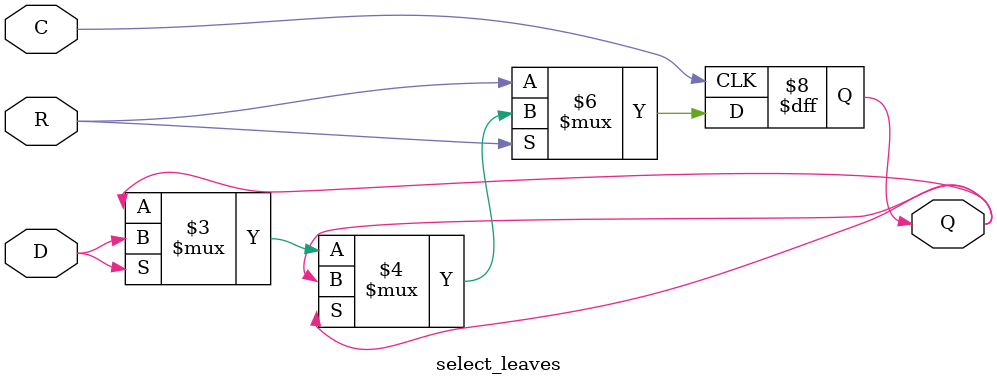
<source format=v>


module usb_tx_phy(clk, rst, DataOut_i, TxValid_i, hold_reg);

input		clk;
input		rst;
input		DataOut_i;
input		TxValid_i;
output reg	hold_reg;

reg		state, next_state;
reg		ld_sop_d;
reg		ld_data_d;

always @(posedge clk)
	if(ld_sop_d)
		hold_reg <= 0;
	else
		hold_reg <= DataOut_i;

always @(posedge clk)
	if(!rst)	state <= 0;
	else		state <= next_state;

always @(state or TxValid_i)
   begin
	next_state = state;

	ld_sop_d = 1'b0;
	ld_data_d = 1'b0;

	case(state)	// synopsys full_case parallel_case
	   0:
			if(TxValid_i)
			   begin
				ld_sop_d = 1'b1;
				next_state = 1;
			   end
	   1:
			if(TxValid_i)
			   begin
				ld_data_d = 1'b1;
				next_state = 0;
			   end
	endcase
   end

endmodule


// test case inspired by softusb_navre code:
// default not as last case

module default_cases(a, y);

input [2:0] a;
output reg [3:0] y;

always @* begin
	case (a)
		3'b000, 3'b111: y <= 0;
		default: y <= 4;
		3'b001: y <= 1;
		3'b010: y <= 2;
		3'b100: y <= 3;
	endcase
end

endmodule


// test case for muxtree with select on leaves

module select_leaves(input R, C, D, output reg Q);
	always @(posedge C)
		if (!R)
			Q <= R;
		else
			Q <= Q ? Q : D ? D : Q;
endmodule


</source>
